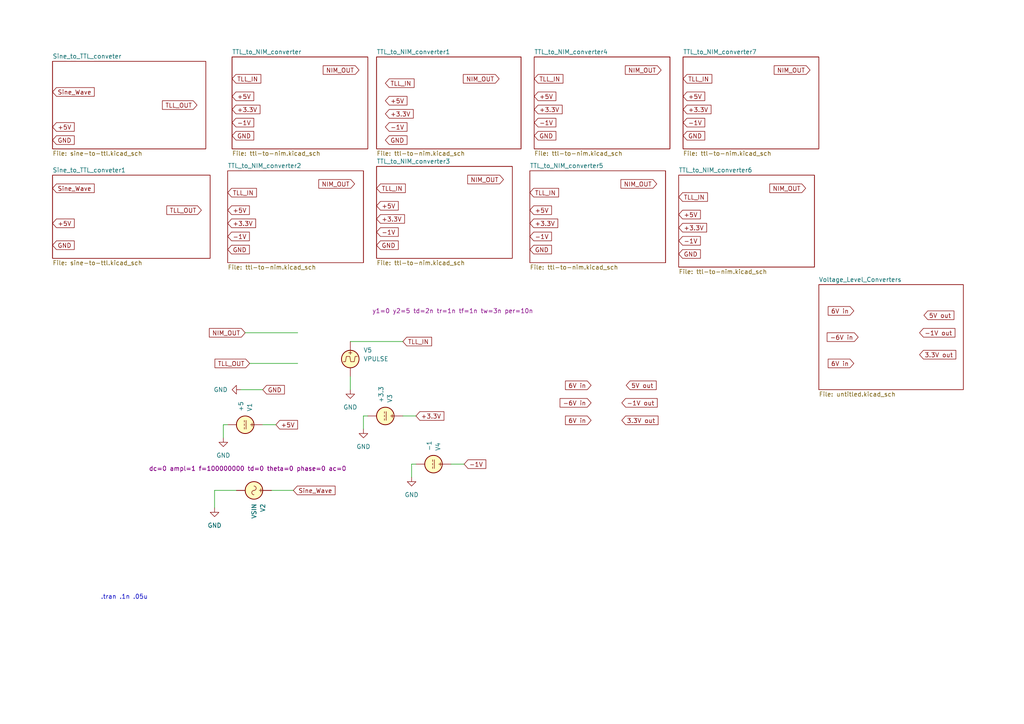
<source format=kicad_sch>
(kicad_sch (version 20230121) (generator eeschema)
  (paper "A4")
  (title_block (title "TTL-To-NIM Level Conveter") (company "UMICH"))
  (lib_symbols
    (symbol "Simulation_SPICE:VDC" (pin_numbers hide) (pin_names (offset 0.0254))
      (property "Reference" "V" (at 2.54 2.54 0))
      (property "Value" "1" (at 2.54 0 0))
      (symbol "VDC_0_0"
        (polyline (pts (xy -1.27 0.254) (xy 1.27 0.254)))
        (polyline (pts (xy -0.762 -0.254) (xy -1.27 -0.254)))
        (polyline (pts (xy 0.254 -0.254) (xy -0.254 -0.254)))
        (polyline (pts (xy 1.27 -0.254) (xy 0.762 -0.254)))
        (text "+" (at 0 1.905 0) (effects (font (size 1.27 1.27))))
      )
      (symbol "VDC_0_1"
        (circle (center 0 0) (radius 2.54) (stroke (width 0.254)) (fill (type background)))
      )
      (symbol "VDC_1_1"
        (pin passive line (at 0 5.08 270) (length 2.54) (name "~") (number "1"))
        (pin passive line (at 0 -5.08 90) (length 2.54) (name "~") (number "2"))
      )
    )
    (symbol "Simulation_SPICE:VPULSE" (pin_numbers hide) (pin_names (offset 0.0254))
      (property "Reference" "V" (at 2.54 2.54 0))
      (property "Value" "VPULSE" (at 2.54 0 0))
      (property "Sim.Params" "y1=0 y2=1 td=2n tr=2n tf=2n tw=50n per=100n" (at 2.54 -2.54 0))
      (symbol "VPULSE_0_0"
        (polyline (pts (xy -2.032 -0.762) (xy -1.397 -0.762) (xy -1.143 0.762) (xy -0.127 0.762) (xy 0.127 -0.762) (xy 1.143 -0.762) (xy 1.397 0.762) (xy 2.032 0.762)))
        (text "+" (at 0 1.905 0) (effects (font (size 1.27 1.27))))
      )
      (symbol "VPULSE_0_1"
        (circle (center 0 0) (radius 2.54) (stroke (width 0.254)) (fill (type background)))
      )
      (symbol "VPULSE_1_1"
        (pin passive line (at 0 5.08 270) (length 2.54) (name "~") (number "1"))
        (pin passive line (at 0 -5.08 90) (length 2.54) (name "~") (number "2"))
      )
    )
    (symbol "Simulation_SPICE:VSIN" (pin_numbers hide) (pin_names (offset 0.0254))
      (property "Reference" "V" (at 2.54 2.54 0))
      (property "Value" "VSIN" (at 2.54 0 0))
      (property "Sim.Params" "dc=0 ampl=1 f=1k ac=1" (at 2.54 -2.54 0))
      (symbol "VSIN_0_0"
        (arc (start 0 0) (mid -0.635 0.6323) (end -1.27 0))
        (arc (start 0 0) (mid 0.635 -0.6323) (end 1.27 0))
        (text "+" (at 0 1.905 0) (effects (font (size 1.27 1.27))))
      )
      (symbol "VSIN_0_1"
        (circle (center 0 0) (radius 2.54) (stroke (width 0.254)) (fill (type background)))
      )
      (symbol "VSIN_1_1"
        (pin passive line (at 0 5.08 270) (length 2.54) (name "~") (number "1"))
        (pin passive line (at 0 -5.08 90) (length 2.54) (name "~") (number "2"))
      )
    )
    (symbol "power:GND" (power) (pin_names (offset 0))
      (property "Value" "GND" (at 0 -3.81 0))
      (symbol "GND_0_1"
        (polyline (pts (xy 0 0) (xy 0 -1.27) (xy 1.27 -1.27) (xy 0 -2.54) (xy -1.27 -1.27) (xy 0 -1.27)))
      )
      (symbol "GND_1_1"
        (pin power_in line (at 0 0 270) (length 0) hide (name "GND") (number "1"))
      )
    )
  )
  (wire (pts (xy 71.12 96.52) (xy 86.36 96.52)))
  (wire (pts (xy 62.23 147.32) (xy 62.23 142.24)))
  (wire (pts (xy 101.6 109.22) (xy 101.6 113.03)))
  (wire (pts (xy 130.81 134.62) (xy 134.62 134.62)))
  (wire (pts (xy 64.77 127) (xy 64.77 123.19)))
  (wire (pts (xy 101.6 99.06) (xy 116.84 99.06)))
  (wire (pts (xy 62.23 142.24) (xy 68.58 142.24)))
  (wire (pts (xy 72.39 105.41) (xy 86.36 105.41)))
  (wire (pts (xy 119.38 138.43) (xy 119.38 134.62)))
  (wire (pts (xy 64.77 123.19) (xy 66.04 123.19)))
  (wire (pts (xy 105.41 124.46) (xy 105.41 120.65)))
  (wire (pts (xy 78.74 142.24) (xy 85.09 142.24)))
  (wire (pts (xy 69.85 113.03) (xy 76.2 113.03)))
  (wire (pts (xy 105.41 120.65) (xy 106.68 120.65)))
  (wire (pts (xy 116.84 120.65) (xy 120.65 120.65)))
  (wire (pts (xy 119.38 134.62) (xy 120.65 134.62)))
  (wire (pts (xy 76.2 123.19) (xy 80.01 123.19)))
  (text ".tran .1n .05u" (at 29.21 173.99 0) (effects (font (size 1.27 1.27)) (justify left bottom)))
  (global_label "+5V" (shape input) (at 80.01 123.19 0) (property "Intersheetrefs" "${INTERSHEET_REFS}" (effects hide)))
  (global_label "-6V in" (shape input) (at 171.45 116.84 180) (property "Intersheetrefs" "${INTERSHEET_REFS}" (effects hide)))
  (global_label "+5V" (shape input) (at 111.76 29.21 0) (property "Intersheetrefs" "${INTERSHEET_REFS}" (effects hide)))
  (global_label "TLL_IN" (shape input) (at 198.12 22.86 0) (property "Intersheetrefs" "${INTERSHEET_REFS}" (effects hide)))
  (global_label "Sine_Wave" (shape input) (at 85.09 142.24 0) (property "Intersheetrefs" "${INTERSHEET_REFS}" (effects hide)))
  (global_label "NIM_OUT" (shape input) (at 102.87 53.34 180) (property "Intersheetrefs" "${INTERSHEET_REFS}" (effects hide)))
  (global_label "NIM_OUT" (shape input) (at 146.05 52.07 180) (property "Intersheetrefs" "${INTERSHEET_REFS}" (effects hide)))
  (global_label "3.3V out" (shape input) (at 266.7 102.87 0) (property "Intersheetrefs" "${INTERSHEET_REFS}" (effects hide)))
  (global_label "GND" (shape input) (at 66.04 72.39 0) (property "Intersheetrefs" "${INTERSHEET_REFS}" (effects hide)))
  (global_label "-1V" (shape input) (at 134.62 134.62 0) (property "Intersheetrefs" "${INTERSHEET_REFS}" (effects hide)))
  (global_label "GND" (shape input) (at 15.24 40.64 0) (property "Intersheetrefs" "${INTERSHEET_REFS}" (effects hide)))
  (global_label "TLL_IN" (shape input) (at 154.94 22.86 0) (property "Intersheetrefs" "${INTERSHEET_REFS}" (effects hide)))
  (global_label "TLL_IN" (shape input) (at 67.31 22.86 0) (property "Intersheetrefs" "${INTERSHEET_REFS}" (effects hide)))
  (global_label "Sine_Wave" (shape input) (at 15.24 26.67 0) (property "Intersheetrefs" "${INTERSHEET_REFS}" (effects hide)))
  (global_label "6V in" (shape input) (at 171.45 111.76 180) (property "Intersheetrefs" "${INTERSHEET_REFS}" (effects hide)))
  (global_label "5V out" (shape input) (at 267.97 91.44 0) (property "Intersheetrefs" "${INTERSHEET_REFS}" (effects hide)))
  (global_label "TLL_IN" (shape input) (at 111.76 24.13 0) (property "Intersheetrefs" "${INTERSHEET_REFS}" (effects hide)))
  (global_label "+5V" (shape input) (at 66.04 60.96 0) (property "Intersheetrefs" "${INTERSHEET_REFS}" (effects hide)))
  (global_label "+3.3V" (shape input) (at 111.76 33.02 0) (property "Intersheetrefs" "${INTERSHEET_REFS}" (effects hide)))
  (global_label "6V in" (shape input) (at 247.65 105.41 180) (property "Intersheetrefs" "${INTERSHEET_REFS}" (effects hide)))
  (global_label "TLL_OUT" (shape input) (at 72.39 105.41 180) (property "Intersheetrefs" "${INTERSHEET_REFS}" (effects hide)))
  (global_label "GND" (shape input) (at 182.88 219.71 0) (property "Intersheetrefs" "${INTERSHEET_REFS}" (effects hide)))
  (global_label "-1V out" (shape input) (at 180.34 116.84 0) (property "Intersheetrefs" "${INTERSHEET_REFS}" (effects hide)))
  (global_label "TLL_OUT" (shape input) (at 57.15 30.48 180) (property "Intersheetrefs" "${INTERSHEET_REFS}" (effects hide)))
  (global_label "+5V" (shape input) (at 153.67 60.96 0) (property "Intersheetrefs" "${INTERSHEET_REFS}" (effects hide)))
  (global_label "+5V" (shape input) (at 198.12 27.94 0) (property "Intersheetrefs" "${INTERSHEET_REFS}" (effects hide)))
  (global_label "-1V" (shape input) (at 196.85 69.85 0) (property "Intersheetrefs" "${INTERSHEET_REFS}" (effects hide)))
  (global_label "3.3V out" (shape input) (at 180.34 121.92 0) (property "Intersheetrefs" "${INTERSHEET_REFS}" (effects hide)))
  (global_label "TLL_OUT" (shape input) (at 58.42 60.96 180) (property "Intersheetrefs" "${INTERSHEET_REFS}" (effects hide)))
  (global_label "+3.3V" (shape input) (at 198.12 31.75 0) (property "Intersheetrefs" "${INTERSHEET_REFS}" (effects hide)))
  (global_label "Sine_Wave" (shape input) (at 15.24 54.61 0) (property "Intersheetrefs" "${INTERSHEET_REFS}" (effects hide)))
  (global_label "-6V in" (shape input) (at 248.92 97.79 180) (property "Intersheetrefs" "${INTERSHEET_REFS}" (effects hide)))
  (global_label "NIM_OUT" (shape input) (at 233.68 54.61 180) (property "Intersheetrefs" "${INTERSHEET_REFS}" (effects hide)))
  (global_label "+5V" (shape input) (at 196.85 62.23 0) (property "Intersheetrefs" "${INTERSHEET_REFS}" (effects hide)))
  (global_label "+5V" (shape input) (at 109.22 59.69 0) (property "Intersheetrefs" "${INTERSHEET_REFS}" (effects hide)))
  (global_label "+5V" (shape input) (at 67.31 27.94 0) (property "Intersheetrefs" "${INTERSHEET_REFS}" (effects hide)))
  (global_label "TLL_IN" (shape input) (at 116.84 99.06 0) (property "Intersheetrefs" "${INTERSHEET_REFS}" (effects hide)))
  (global_label "-1V" (shape input) (at 109.22 67.31 0) (property "Intersheetrefs" "${INTERSHEET_REFS}" (effects hide)))
  (global_label "+3.3V" (shape input) (at 109.22 63.5 0) (property "Intersheetrefs" "${INTERSHEET_REFS}" (effects hide)))
  (global_label "-1V" (shape input) (at 67.31 35.56 0) (property "Intersheetrefs" "${INTERSHEET_REFS}" (effects hide)))
  (global_label "+3.3V" (shape input) (at 67.31 31.75 0) (property "Intersheetrefs" "${INTERSHEET_REFS}" (effects hide)))
  (global_label "5V out" (shape input) (at 181.61 111.76 0) (property "Intersheetrefs" "${INTERSHEET_REFS}" (effects hide)))
  (global_label "TLL_IN" (shape input) (at 196.85 57.15 0) (property "Intersheetrefs" "${INTERSHEET_REFS}" (effects hide)))
  (global_label "-1V" (shape input) (at 111.76 36.83 0) (property "Intersheetrefs" "${INTERSHEET_REFS}" (effects hide)))
  (global_label "GND" (shape input) (at 109.22 71.12 0) (property "Intersheetrefs" "${INTERSHEET_REFS}" (effects hide)))
  (global_label "TLL_IN" (shape input) (at 153.67 55.88 0) (property "Intersheetrefs" "${INTERSHEET_REFS}" (effects hide)))
  (global_label "+5V" (shape input) (at 15.24 36.83 0) (property "Intersheetrefs" "${INTERSHEET_REFS}" (effects hide)))
  (global_label "GND" (shape input) (at 198.12 39.37 0) (property "Intersheetrefs" "${INTERSHEET_REFS}" (effects hide)))
  (global_label "NIM_OUT" (shape input) (at 71.12 96.52 180) (property "Intersheetrefs" "${INTERSHEET_REFS}" (effects hide)))
  (global_label "+3.3V" (shape input) (at 66.04 64.77 0) (property "Intersheetrefs" "${INTERSHEET_REFS}" (effects hide)))
  (global_label "NIM_OUT" (shape input) (at 234.95 20.32 180) (property "Intersheetrefs" "${INTERSHEET_REFS}" (effects hide)))
  (global_label "+3.3V" (shape input) (at 120.65 120.65 0) (property "Intersheetrefs" "${INTERSHEET_REFS}" (effects hide)))
  (global_label "NIM_OUT" (shape input) (at 144.78 22.86 180) (property "Intersheetrefs" "${INTERSHEET_REFS}" (effects hide)))
  (global_label "GND" (shape input) (at 111.76 40.64 0) (property "Intersheetrefs" "${INTERSHEET_REFS}" (effects hide)))
  (global_label "TLL_IN" (shape input) (at 109.22 54.61 0) (property "Intersheetrefs" "${INTERSHEET_REFS}" (effects hide)))
  (global_label "GND" (shape input) (at 67.31 39.37 0) (property "Intersheetrefs" "${INTERSHEET_REFS}" (effects hide)))
  (global_label "-1V out" (shape input) (at 266.7 96.52 0) (property "Intersheetrefs" "${INTERSHEET_REFS}" (effects hide)))
  (global_label "6V in" (shape input) (at 171.45 121.92 180) (property "Intersheetrefs" "${INTERSHEET_REFS}" (effects hide)))
  (global_label "+3.3V" (shape input) (at 153.67 64.77 0) (property "Intersheetrefs" "${INTERSHEET_REFS}" (effects hide)))
  (global_label "NIM_OUT" (shape input) (at 104.14 20.32 180) (property "Intersheetrefs" "${INTERSHEET_REFS}" (effects hide)))
  (global_label "6V in" (shape input) (at 247.65 90.17 180) (property "Intersheetrefs" "${INTERSHEET_REFS}" (effects hide)))
  (global_label "NIM_OUT" (shape input) (at 190.5 53.34 180) (property "Intersheetrefs" "${INTERSHEET_REFS}" (effects hide)))
  (global_label "+5V" (shape input) (at 15.24 64.77 0) (property "Intersheetrefs" "${INTERSHEET_REFS}" (effects hide)))
  (global_label "GND" (shape input) (at 154.94 39.37 0) (property "Intersheetrefs" "${INTERSHEET_REFS}" (effects hide)))
  (global_label "GND" (shape input) (at 196.85 73.66 0) (property "Intersheetrefs" "${INTERSHEET_REFS}" (effects hide)))
  (global_label "-1V" (shape input) (at 66.04 68.58 0) (property "Intersheetrefs" "${INTERSHEET_REFS}" (effects hide)))
  (global_label "-1V" (shape input) (at 198.12 35.56 0) (property "Intersheetrefs" "${INTERSHEET_REFS}" (effects hide)))
  (global_label "GND" (shape input) (at 153.67 72.39 0) (property "Intersheetrefs" "${INTERSHEET_REFS}" (effects hide)))
  (global_label "+3.3V" (shape input) (at 154.94 31.75 0) (property "Intersheetrefs" "${INTERSHEET_REFS}" (effects hide)))
  (global_label "+3.3V" (shape input) (at 196.85 66.04 0) (property "Intersheetrefs" "${INTERSHEET_REFS}" (effects hide)))
  (global_label "-1V" (shape input) (at 154.94 35.56 0) (property "Intersheetrefs" "${INTERSHEET_REFS}" (effects hide)))
  (global_label "TLL_IN" (shape input) (at 66.04 55.88 0) (property "Intersheetrefs" "${INTERSHEET_REFS}" (effects hide)))
  (global_label "GND" (shape input) (at 15.24 71.12 0) (property "Intersheetrefs" "${INTERSHEET_REFS}" (effects hide)))
  (global_label "GND" (shape input) (at 76.2 113.03 0) (property "Intersheetrefs" "${INTERSHEET_REFS}" (effects hide)))
  (global_label "+5V" (shape input) (at 154.94 27.94 0) (property "Intersheetrefs" "${INTERSHEET_REFS}" (effects hide)))
  (global_label "NIM_OUT" (shape input) (at 191.77 20.32 180) (property "Intersheetrefs" "${INTERSHEET_REFS}" (effects hide)))
  (global_label "-1V" (shape input) (at 153.67 68.58 0) (property "Intersheetrefs" "${INTERSHEET_REFS}" (effects hide)))
  (symbol (lib_id "Simulation_SPICE:VPULSE") (at 101.6 104.14 0) (unit 1) (on_board no)
    (property "Reference" "V5" (at 105.41 101.5642 0) (effects (justify left)))
    (property "Value" "VPULSE" (at 105.41 104.1042 0) (effects (justify left)))
    (property "Sim.Pins" "1=+ 2=-" (effects hide))
    (property "Sim.Type" "PULSE" (effects hide))
    (property "Sim.Device" "V" (effects hide))
    (property "Sim.Params" "y1=0 y2=5 td=2n tr=1n tf=1n tw=3n per=10n" (at 107.95 90.17 0) (effects (justify left)))
  )
  (symbol (lib_id "power:GND") (at 69.85 113.03 270) (unit 1)
    (property "Reference" "#PWR01" (effects hide))
    (property "Value" "GND" (at 66.04 113.03 90) (effects (justify right)))
  )
  (symbol (lib_id "Simulation_SPICE:VSIN") (at 73.66 142.24 270) (unit 1) (in_bom no) (on_board no)
    (property "Reference" "V2" (at 76.2358 146.05 0) (effects (justify left)))
    (property "Value" "VSIN" (at 73.6958 146.05 0) (effects (justify left)))
    (property "Sim.Pins" "1=+ 2=-" (effects hide))
    (property "Sim.Params" "dc=0 ampl=1 f=100000000 td=0 theta=0 phase=0 ac=0" (at 43.18 135.89 90) (effects (justify left)))
    (property "Sim.Type" "SIN" (effects hide))
    (property "Sim.Device" "V" (effects hide))
  )
  (symbol (lib_id "Simulation_SPICE:VDC") (at 111.76 120.65 270) (mirror x) (unit 1) (in_bom no) (on_board no)
    (property "Reference" "V3" (at 113.0658 116.84 0) (effects (justify left)))
    (property "Value" "+3.3" (at 110.5258 116.84 0) (effects (justify left)))
    (property "Sim.Pins" "1=+ 2=-" (effects hide))
    (property "Sim.Type" "DC" (effects hide))
    (property "Sim.Device" "V" (effects hide))
  )
  (symbol (lib_id "power:GND") (at 64.77 127 0) (unit 1)
    (property "Reference" "#PWR02" (effects hide))
    (property "Value" "GND" (at 64.77 132.08 0))
  )
  (symbol (lib_id "Simulation_SPICE:VDC") (at 71.12 123.19 270) (mirror x) (unit 1) (in_bom no) (on_board no)
    (property "Reference" "V1" (at 72.4258 119.38 0) (effects (justify left)))
    (property "Value" "+5" (at 69.8858 119.38 0) (effects (justify left)))
    (property "Sim.Pins" "1=+ 2=-" (effects hide))
    (property "Sim.Type" "DC" (effects hide))
    (property "Sim.Device" "V" (effects hide))
  )
  (symbol (lib_id "power:GND") (at 62.23 147.32 0) (unit 1)
    (property "Reference" "#PWR03" (effects hide))
    (property "Value" "GND" (at 62.23 152.4 0))
  )
  (symbol (lib_id "power:GND") (at 119.38 138.43 0) (unit 1)
    (property "Reference" "#PWR05" (effects hide))
    (property "Value" "GND" (at 119.38 143.51 0))
  )
  (symbol (lib_id "Simulation_SPICE:VDC") (at 125.73 134.62 270) (mirror x) (unit 1) (in_bom no) (on_board no)
    (property "Reference" "V4" (at 127.0358 130.81 0) (effects (justify left)))
    (property "Value" "-1" (at 124.4958 130.81 0) (effects (justify left)))
    (property "Sim.Pins" "1=+ 2=-" (effects hide))
    (property "Sim.Type" "DC" (effects hide))
    (property "Sim.Device" "V" (effects hide))
  )
  (symbol (lib_id "power:GND") (at 105.41 124.46 0) (unit 1)
    (property "Reference" "#PWR04" (effects hide))
    (property "Value" "GND" (at 105.41 129.54 0))
  )
  (symbol (lib_id "power:GND") (at 101.6 113.03 0) (unit 1)
    (property "Reference" "#PWR06" (effects hide))
    (property "Value" "GND" (at 101.6 118.11 0))
  )
  (sheet (at 196.85 50.8) (size 39.37 26.67) (stroke (width 0.1524))
    (property "Sheetname" "TTL_to_NIM_converter6" (at 196.85 50.0884 0) (effects (justify left bottom)))
    (property "Sheetfile" "ttl-to-nim.kicad_sch" (at 196.85 78.0546 0) (effects (justify left top)))
  )
  (sheet (at 198.12 16.51) (size 39.37 26.67) (stroke (width 0.1524))
    (property "Sheetname" "TTL_to_NIM_converter7" (at 198.12 15.7984 0) (effects (justify left bottom)))
    (property "Sheetfile" "ttl-to-nim.kicad_sch" (at 198.12 43.7646 0) (effects (justify left top)))
  )
  (sheet (at 109.22 16.51) (size 41.91 26.67) (stroke (width 0.1524))
    (property "Sheetname" "TTL_to_NIM_converter1" (at 109.22 15.7984 0) (effects (justify left bottom)))
    (property "Sheetfile" "ttl-to-nim.kicad_sch" (at 109.22 43.7646 0) (effects (justify left top)))
  )
  (sheet (at 237.49 82.55) (size 41.91 30.48) (stroke (width 0.1524))
    (property "Sheetname" "Voltage_Level_Converters" (at 237.49 81.8384 0) (effects (justify left bottom)))
    (property "Sheetfile" "untitled.kicad_sch" (at 237.49 113.6146 0) (effects (justify left top)))
  )
  (sheet (at 153.67 49.53) (size 39.37 26.67) (stroke (width 0.1524))
    (property "Sheetname" "TTL_to_NIM_converter5" (at 153.67 48.8184 0) (effects (justify left bottom)))
    (property "Sheetfile" "ttl-to-nim.kicad_sch" (at 153.67 76.7846 0) (effects (justify left top)))
  )
  (sheet (at 154.94 16.51) (size 39.37 26.67) (stroke (width 0.1524))
    (property "Sheetname" "TTL_to_NIM_converter4" (at 154.94 15.7984 0) (effects (justify left bottom)))
    (property "Sheetfile" "ttl-to-nim.kicad_sch" (at 154.94 43.7646 0) (effects (justify left top)))
  )
  (sheet (at 66.04 49.53) (size 39.37 26.67) (stroke (width 0.1524))
    (property "Sheetname" "TTL_to_NIM_converter2" (at 66.04 48.8184 0) (effects (justify left bottom)))
    (property "Sheetfile" "ttl-to-nim.kicad_sch" (at 66.04 76.7846 0) (effects (justify left top)))
  )
  (sheet (at 109.22 48.26) (size 39.37 26.67) (stroke (width 0.1524))
    (property "Sheetname" "TTL_to_NIM_converter3" (at 109.22 47.5484 0) (effects (justify left bottom)))
    (property "Sheetfile" "ttl-to-nim.kicad_sch" (at 109.22 75.5146 0) (effects (justify left top)))
  )
  (sheet (at 15.24 17.78) (size 44.45 25.4) (stroke (width 0.1524))
    (property "Sheetname" "Sine_to_TTL_conveter" (at 15.24 17.0684 0) (effects (justify left bottom)))
    (property "Sheetfile" "sine-to-ttl.kicad_sch" (at 15.24 43.7646 0) (effects (justify left top)))
  )
  (sheet (at 67.31 16.51) (size 39.37 26.67) (stroke (width 0.1524))
    (property "Sheetname" "TTL_to_NIM_converter" (at 67.31 15.7984 0) (effects (justify left bottom)))
    (property "Sheetfile" "ttl-to-nim.kicad_sch" (at 67.31 43.7646 0) (effects (justify left top)))
  )
  (sheet (at 15.24 50.8) (size 45.72 24.13) (stroke (width 0.1524))
    (property "Sheetname" "Sine_to_TTL_conveter1" (at 15.24 50.0884 0) (effects (justify left bottom)))
    (property "Sheetfile" "sine-to-ttl.kicad_sch" (at 15.24 75.5146 0) (effects (justify left top)))
  )
)
</source>
